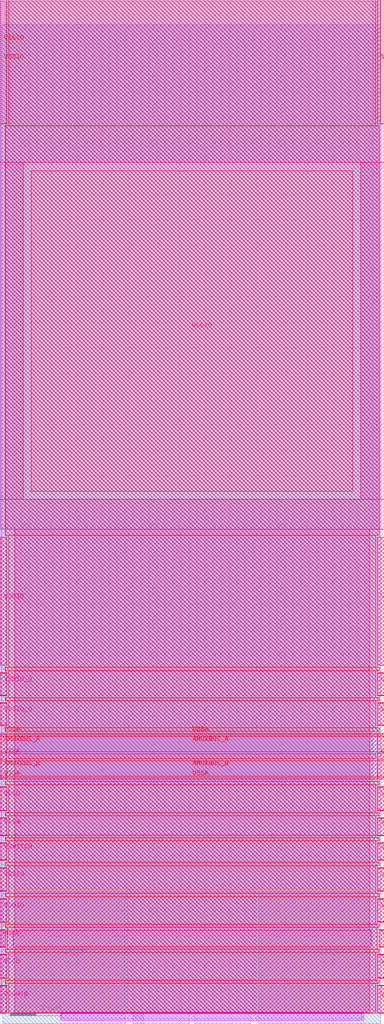
<source format=lef>
VERSION 5.7 ;
  NOWIREEXTENSIONATPIN ON ;
  DIVIDERCHAR "/" ;
  BUSBITCHARS "[]" ;
MACRO sky130_ef_io__vssio_hvc_clamped_pad
  CLASS PAD POWER ;
  FOREIGN sky130_ef_io__vssio_hvc_clamped_pad ;
  ORIGIN 0.000 0.000 ;
  SIZE 75.000 BY 197.965 ;
  PIN AMUXBUS_A
    DIRECTION INOUT ;
    USE SIGNAL ;
    PORT
      LAYER met4 ;
        RECT 0.000 51.090 75.000 54.070 ;
    END
    PORT
      LAYER met4 ;
        RECT 0.000 51.090 1.270 54.070 ;
    END
  END AMUXBUS_A
  PIN AMUXBUS_B
    DIRECTION INOUT ;
    USE SIGNAL ;
    PORT
      LAYER met4 ;
        RECT 0.000 46.330 75.000 49.310 ;
    END
    PORT
      LAYER met4 ;
        RECT 0.000 46.330 1.270 49.310 ;
    END
  END AMUXBUS_B
  PIN VSSA
    DIRECTION INOUT ;
    USE GROUND ;
    PORT
      LAYER met5 ;
        RECT 73.730 45.700 75.000 54.700 ;
    END
    PORT
      LAYER met5 ;
        RECT 73.730 34.805 75.000 38.050 ;
    END
    PORT
      LAYER met5 ;
        RECT 0.000 45.700 1.270 54.700 ;
    END
    PORT
      LAYER met5 ;
        RECT 0.000 34.805 1.270 38.050 ;
    END
    PORT
      LAYER met4 ;
        RECT 73.730 49.610 75.000 50.790 ;
    END
    PORT
      LAYER met4 ;
        RECT 0.000 54.370 75.000 54.700 ;
    END
    PORT
      LAYER met4 ;
        RECT 0.000 45.700 75.000 46.030 ;
    END
    PORT
      LAYER met4 ;
        RECT 73.730 34.700 75.000 38.150 ;
    END
    PORT
      LAYER met4 ;
        RECT 0.000 45.700 1.270 46.030 ;
    END
    PORT
      LAYER met4 ;
        RECT 0.000 49.610 1.270 50.790 ;
    END
    PORT
      LAYER met4 ;
        RECT 0.000 54.370 1.270 54.700 ;
    END
    PORT
      LAYER met4 ;
        RECT 0.000 34.700 1.270 38.150 ;
    END
  END VSSA
  PIN VDDA
    DIRECTION INOUT ;
    USE POWER ;
    PORT
      LAYER met5 ;
        RECT 74.035 13.000 75.000 16.250 ;
    END
    PORT
      LAYER met5 ;
        RECT 0.000 13.000 0.965 16.250 ;
    END
    PORT
      LAYER met4 ;
        RECT 74.035 12.900 75.000 16.350 ;
    END
    PORT
      LAYER met4 ;
        RECT 0.000 12.900 0.965 16.350 ;
    END
  END VDDA
  PIN VSWITCH
    DIRECTION INOUT ;
    USE POWER ;
    PORT
      LAYER met5 ;
        RECT 73.730 29.950 75.000 33.200 ;
    END
    PORT
      LAYER met5 ;
        RECT 0.000 29.950 1.270 33.200 ;
    END
    PORT
      LAYER met4 ;
        RECT 73.730 29.850 75.000 33.300 ;
    END
    PORT
      LAYER met4 ;
        RECT 0.000 29.850 1.270 33.300 ;
    END
  END VSWITCH
  PIN VDDIO_Q
    DIRECTION INOUT ;
    USE POWER ;
    PORT
      LAYER met5 ;
        RECT 73.730 62.150 75.000 66.400 ;
    END
    PORT
      LAYER met5 ;
        RECT 0.000 62.150 1.270 66.400 ;
    END
    PORT
      LAYER met4 ;
        RECT 73.730 62.050 75.000 66.500 ;
    END
    PORT
      LAYER met4 ;
        RECT 0.000 62.050 1.270 66.500 ;
    END
  END VDDIO_Q
  PIN VCCHIB
    DIRECTION INOUT ;
    USE POWER ;
    PORT
      LAYER met5 ;
        RECT 73.730 0.100 75.000 5.350 ;
    END
    PORT
      LAYER met5 ;
        RECT 0.000 0.100 1.270 5.350 ;
    END
    PORT
      LAYER met4 ;
        RECT 73.730 0.000 75.000 5.450 ;
    END
    PORT
      LAYER met4 ;
        RECT 0.000 0.000 1.270 5.450 ;
    END
  END VCCHIB
  PIN VDDIO
    DIRECTION INOUT ;
    USE POWER ;
    PORT
      LAYER met5 ;
        RECT 73.730 68.000 75.000 92.950 ;
    END
    PORT
      LAYER met5 ;
        RECT 73.730 17.850 75.000 22.300 ;
    END
    PORT
      LAYER met5 ;
        RECT 0.000 68.000 1.270 92.950 ;
    END
    PORT
      LAYER met5 ;
        RECT 0.000 17.850 1.270 22.300 ;
    END
    PORT
      LAYER met4 ;
        RECT 73.730 17.750 75.000 22.400 ;
    END
    PORT
      LAYER met4 ;
        RECT 73.730 68.000 75.000 92.965 ;
    END
    PORT
      LAYER met4 ;
        RECT 0.000 17.750 1.270 22.400 ;
    END
    PORT
      LAYER met4 ;
        RECT 0.000 68.000 1.270 92.965 ;
    END
  END VDDIO
  PIN VCCD
    DIRECTION INOUT ;
    USE POWER ;
    PORT
      LAYER met5 ;
        RECT 73.730 6.950 75.000 11.400 ;
    END
    PORT
      LAYER met5 ;
        RECT 0.000 6.950 1.270 11.400 ;
    END
    PORT
      LAYER met4 ;
        RECT 73.730 6.850 75.000 11.500 ;
    END
    PORT
      LAYER met4 ;
        RECT 0.000 6.850 1.270 11.500 ;
    END
  END VCCD
  PIN VSSIO
    DIRECTION INOUT ;
    USE GROUND ;
    PORT
      LAYER met5 ;
        RECT 6.100 101.975 68.800 164.590 ;
    END
    PORT
      LAYER met4 ;
        RECT 0.630 189.565 0.640 189.575 ;
    END
    PORT
      LAYER met4 ;
        RECT 74.250 173.750 75.000 197.965 ;
    END
    PORT
      LAYER met3 ;
        RECT 0.495 -2.035 24.395 23.815 ;
    END
    PORT
      LAYER met3 ;
        RECT 50.390 -2.035 74.290 23.815 ;
    END
    PORT
      LAYER met5 ;
        RECT 73.730 23.900 75.000 28.350 ;
    END
    PORT
      LAYER met5 ;
        RECT 0.000 23.900 1.270 28.350 ;
    END
    PORT
      LAYER met4 ;
        RECT 73.730 23.800 75.000 28.450 ;
    END
    PORT
      LAYER met4 ;
        RECT 73.730 173.750 75.000 197.965 ;
    END
    PORT
      LAYER met4 ;
        RECT 0.000 173.750 1.270 197.965 ;
    END
    PORT
      LAYER met4 ;
        RECT 0.000 23.800 1.270 28.450 ;
    END
  END VSSIO
  PIN VSSD
    DIRECTION INOUT ;
    USE GROUND ;
    PORT
      LAYER met5 ;
        RECT 73.730 39.650 75.000 44.100 ;
    END
    PORT
      LAYER met5 ;
        RECT 0.000 39.650 1.270 44.100 ;
    END
    PORT
      LAYER met4 ;
        RECT 73.730 39.550 75.000 44.200 ;
    END
    PORT
      LAYER met4 ;
        RECT 0.000 39.550 1.270 44.200 ;
    END
  END VSSD
  PIN VSSIO_Q
    DIRECTION INOUT ;
    USE GROUND ;
    PORT
      LAYER met5 ;
        RECT 73.730 56.300 75.000 60.550 ;
    END
    PORT
      LAYER met5 ;
        RECT 0.000 56.300 1.270 60.550 ;
    END
    PORT
      LAYER met4 ;
        RECT 73.730 56.200 75.000 60.650 ;
    END
    PORT
      LAYER met4 ;
        RECT 0.000 56.200 1.270 60.650 ;
    END
  END VSSIO_Q
  OBS
      LAYER nwell ;
        RECT 11.860 -1.350 70.965 0.170 ;
      LAYER li1 ;
        RECT 1.070 0.000 72.775 197.660 ;
        RECT 12.065 -0.145 13.045 0.000 ;
        RECT 69.760 -0.145 70.650 0.000 ;
        RECT 12.065 -1.035 70.650 -0.145 ;
      LAYER met1 ;
        RECT 0.185 0.000 73.620 197.690 ;
        RECT 12.035 -0.115 13.350 0.000 ;
        POLYGON 13.350 0.000 13.465 -0.115 13.350 -0.115 ;
        POLYGON 69.540 0.000 69.540 -0.115 69.425 -0.115 ;
        RECT 69.540 -0.115 70.680 0.000 ;
        RECT 12.035 -1.065 70.680 -0.115 ;
      LAYER met2 ;
        RECT 0.265 0.000 74.290 193.040 ;
        RECT 0.495 -2.035 24.395 0.000 ;
        RECT 25.895 -2.035 27.895 -0.115 ;
        RECT 50.390 -2.035 74.290 0.000 ;
      LAYER met3 ;
        RECT 0.240 24.215 74.290 197.965 ;
        RECT 24.795 0.000 49.990 24.215 ;
        RECT 25.895 -2.035 36.895 0.000 ;
        RECT 37.890 -2.035 48.890 0.000 ;
      LAYER met4 ;
        RECT 1.670 173.350 73.330 197.965 ;
        RECT 0.965 93.365 74.035 173.350 ;
        RECT 1.670 67.600 73.330 93.365 ;
        RECT 0.965 66.900 74.035 67.600 ;
        RECT 1.670 61.650 73.330 66.900 ;
        RECT 0.965 61.050 74.035 61.650 ;
        RECT 1.670 55.800 73.330 61.050 ;
        RECT 0.965 55.100 74.035 55.800 ;
        RECT 1.670 49.710 73.330 50.690 ;
        RECT 0.965 44.600 74.035 45.300 ;
        RECT 1.670 39.150 73.330 44.600 ;
        RECT 0.965 38.550 74.035 39.150 ;
        RECT 1.670 34.300 73.330 38.550 ;
        RECT 0.965 33.700 74.035 34.300 ;
        RECT 1.670 29.450 73.330 33.700 ;
        RECT 0.965 28.850 74.035 29.450 ;
        RECT 1.670 23.400 73.330 28.850 ;
        RECT 0.965 22.800 74.035 23.400 ;
        RECT 1.670 17.350 73.330 22.800 ;
        RECT 0.965 16.750 74.035 17.350 ;
        RECT 1.365 12.500 73.635 16.750 ;
        RECT 0.965 11.900 74.035 12.500 ;
        RECT 1.670 6.450 73.330 11.900 ;
        RECT 0.965 5.850 74.035 6.450 ;
        RECT 1.670 0.000 73.330 5.850 ;
      LAYER met5 ;
        RECT 0.000 166.190 75.000 197.965 ;
        RECT 0.000 100.375 4.500 166.190 ;
        RECT 70.400 100.375 75.000 166.190 ;
        RECT 0.000 94.550 75.000 100.375 ;
        RECT 2.870 34.805 72.130 94.550 ;
        RECT 0.000 34.800 75.000 34.805 ;
        RECT 2.870 16.250 72.130 34.800 ;
        RECT 2.565 13.000 72.435 16.250 ;
        RECT 2.870 0.100 72.130 13.000 ;
  END
END sky130_ef_io__vssio_hvc_clamped_pad
END LIBRARY


</source>
